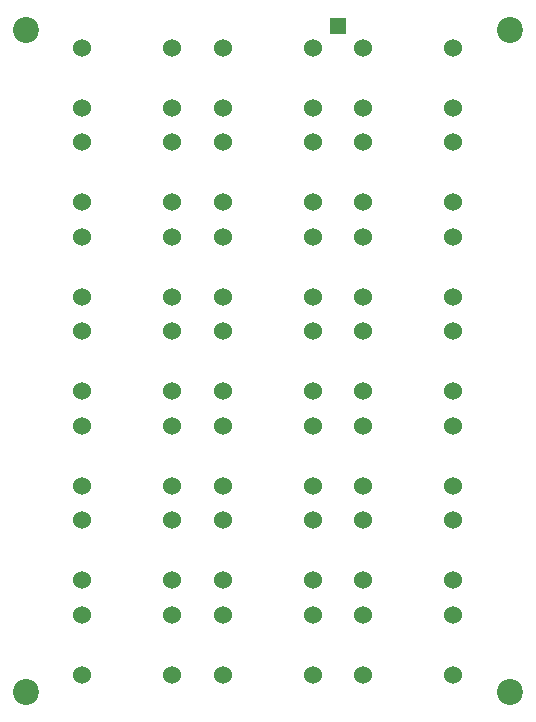
<source format=gbr>
%TF.GenerationSoftware,KiCad,Pcbnew,(6.0.4)*%
%TF.CreationDate,2022-10-14T21:25:15-05:00*%
%TF.ProjectId,KeyPad,4b657950-6164-42e6-9b69-6361645f7063,rev?*%
%TF.SameCoordinates,Original*%
%TF.FileFunction,Soldermask,Top*%
%TF.FilePolarity,Negative*%
%FSLAX46Y46*%
G04 Gerber Fmt 4.6, Leading zero omitted, Abs format (unit mm)*
G04 Created by KiCad (PCBNEW (6.0.4)) date 2022-10-14 21:25:15*
%MOMM*%
%LPD*%
G01*
G04 APERTURE LIST*
%ADD10C,2.200000*%
%ADD11R,1.350000X1.350000*%
%ADD12C,1.524000*%
G04 APERTURE END LIST*
D10*
%TO.C,REF\u002A\u002A*%
X134200000Y-123980000D03*
%TD*%
%TO.C,REF\u002A\u002A*%
X175200000Y-123980000D03*
%TD*%
%TO.C,REF\u002A\u002A*%
X175200000Y-67980000D03*
%TD*%
%TO.C,REF\u002A\u002A*%
X134200000Y-67980000D03*
%TD*%
D11*
%TO.C,REF\u002A\u002A*%
X160640000Y-67600000D03*
%TD*%
D12*
%TO.C,SW10*%
X150890000Y-90540000D03*
X158510000Y-90540000D03*
X158510000Y-85460000D03*
X150890000Y-85460000D03*
%TD*%
%TO.C,SW2*%
X146610000Y-82540000D03*
X138990000Y-82540000D03*
X146610000Y-77460000D03*
X138990000Y-77460000D03*
%TD*%
%TO.C,SW8*%
X158510000Y-74540000D03*
X150890000Y-74540000D03*
X158510000Y-69460000D03*
X150890000Y-69460000D03*
%TD*%
%TO.C,SW4*%
X138990000Y-98540000D03*
X146610000Y-98540000D03*
X138990000Y-93460000D03*
X146610000Y-93460000D03*
%TD*%
%TO.C,SW5*%
X146610000Y-106540000D03*
X138990000Y-106540000D03*
X138990000Y-101460000D03*
X146610000Y-101460000D03*
%TD*%
%TO.C,SW1*%
X146610000Y-74540000D03*
X138990000Y-74540000D03*
X146610000Y-69460000D03*
X138990000Y-69460000D03*
%TD*%
%TO.C,SW13*%
X150890000Y-114540000D03*
X158510000Y-114540000D03*
X150890000Y-109460000D03*
X158510000Y-109460000D03*
%TD*%
%TO.C,SW20*%
X162790000Y-114540000D03*
X170410000Y-114540000D03*
X170410000Y-109460000D03*
X162790000Y-109460000D03*
%TD*%
%TO.C,SW18*%
X162790000Y-98540000D03*
X170410000Y-98540000D03*
X170410000Y-93460000D03*
X162790000Y-93460000D03*
%TD*%
%TO.C,SW15*%
X170410000Y-74540000D03*
X162790000Y-74540000D03*
X162790000Y-69460000D03*
X170410000Y-69460000D03*
%TD*%
%TO.C,SW12*%
X158510000Y-106540000D03*
X150890000Y-106540000D03*
X150890000Y-101460000D03*
X158510000Y-101460000D03*
%TD*%
%TO.C,SW11*%
X158510000Y-98540000D03*
X150890000Y-98540000D03*
X158510000Y-93460000D03*
X150890000Y-93460000D03*
%TD*%
%TO.C,SW19*%
X170410000Y-106540000D03*
X162790000Y-106540000D03*
X162790000Y-101460000D03*
X170410000Y-101460000D03*
%TD*%
%TO.C,SW6*%
X138990000Y-114540000D03*
X146610000Y-114540000D03*
X146610000Y-109460000D03*
X138990000Y-109460000D03*
%TD*%
%TO.C,SW3*%
X146610000Y-90540000D03*
X138990000Y-90540000D03*
X138990000Y-85460000D03*
X146610000Y-85460000D03*
%TD*%
%TO.C,SW9*%
X150890000Y-82540000D03*
X158510000Y-82540000D03*
X150890000Y-77460000D03*
X158510000Y-77460000D03*
%TD*%
%TO.C,SW16*%
X162790000Y-82540000D03*
X170410000Y-82540000D03*
X170410000Y-77460000D03*
X162790000Y-77460000D03*
%TD*%
%TO.C,SW14*%
X150890000Y-122540000D03*
X158510000Y-122540000D03*
X158510000Y-117460000D03*
X150890000Y-117460000D03*
%TD*%
%TO.C,SW21*%
X170410000Y-122540000D03*
X162790000Y-122540000D03*
X162790000Y-117460000D03*
X170410000Y-117460000D03*
%TD*%
%TO.C,SW7*%
X146610000Y-122540000D03*
X138990000Y-122540000D03*
X138990000Y-117460000D03*
X146610000Y-117460000D03*
%TD*%
%TO.C,SW17*%
X170410000Y-90540000D03*
X162790000Y-90540000D03*
X162790000Y-85460000D03*
X170410000Y-85460000D03*
%TD*%
M02*

</source>
